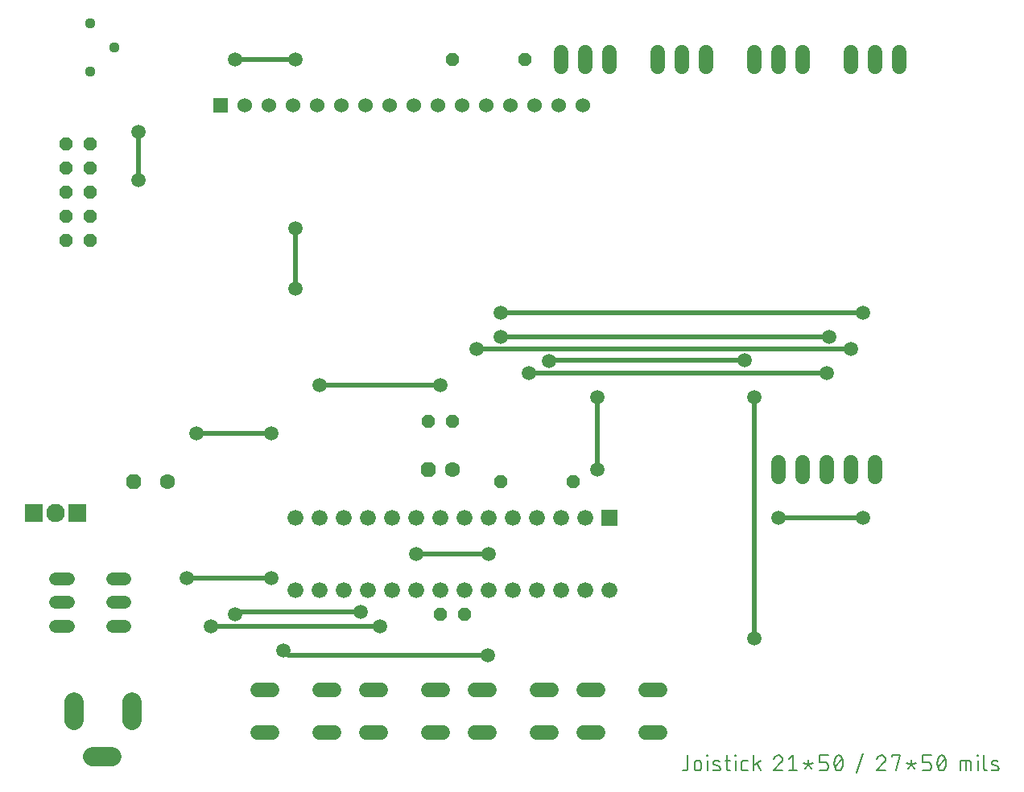
<source format=gbr>
G04 EAGLE Gerber RS-274X export*
G75*
%MOMM*%
%FSLAX34Y34*%
%LPD*%
%INTop Copper*%
%IPPOS*%
%AMOC8*
5,1,8,0,0,1.08239X$1,22.5*%
G01*
%ADD10C,0.152400*%
%ADD11P,1.732040X8X202.500000*%
%ADD12C,1.600200*%
%ADD13P,1.429621X8X202.500000*%
%ADD14P,1.539592X8X292.500000*%
%ADD15C,2.000000*%
%ADD16C,1.524000*%
%ADD17R,1.524000X1.524000*%
%ADD18C,1.524000*%
%ADD19C,1.117600*%
%ADD20P,1.429621X8X22.500000*%
%ADD21C,1.320800*%
%ADD22R,1.930400X1.930400*%
%ADD23C,1.930400*%
%ADD24R,1.676400X1.676400*%
%ADD25C,1.676400*%
%ADD26C,1.500000*%
%ADD27C,0.508000*%


D10*
X717381Y42418D02*
X717381Y29774D01*
X717380Y29774D02*
X717378Y29656D01*
X717372Y29538D01*
X717363Y29420D01*
X717349Y29303D01*
X717332Y29186D01*
X717311Y29069D01*
X717286Y28954D01*
X717257Y28839D01*
X717224Y28725D01*
X717188Y28613D01*
X717148Y28502D01*
X717105Y28392D01*
X717058Y28283D01*
X717008Y28176D01*
X716953Y28071D01*
X716896Y27968D01*
X716835Y27867D01*
X716771Y27767D01*
X716704Y27670D01*
X716634Y27575D01*
X716560Y27483D01*
X716484Y27392D01*
X716404Y27305D01*
X716322Y27220D01*
X716237Y27138D01*
X716150Y27058D01*
X716059Y26982D01*
X715967Y26908D01*
X715872Y26838D01*
X715775Y26771D01*
X715675Y26707D01*
X715574Y26646D01*
X715471Y26589D01*
X715366Y26534D01*
X715259Y26484D01*
X715150Y26437D01*
X715040Y26394D01*
X714929Y26354D01*
X714817Y26318D01*
X714703Y26285D01*
X714588Y26256D01*
X714473Y26231D01*
X714356Y26210D01*
X714239Y26193D01*
X714122Y26179D01*
X714004Y26170D01*
X713886Y26164D01*
X713768Y26162D01*
X711962Y26162D01*
X724309Y29774D02*
X724309Y33387D01*
X724311Y33506D01*
X724317Y33626D01*
X724327Y33745D01*
X724341Y33863D01*
X724358Y33982D01*
X724380Y34099D01*
X724405Y34216D01*
X724435Y34331D01*
X724468Y34446D01*
X724505Y34560D01*
X724545Y34672D01*
X724590Y34783D01*
X724638Y34892D01*
X724689Y35000D01*
X724744Y35106D01*
X724803Y35210D01*
X724865Y35312D01*
X724930Y35412D01*
X724999Y35510D01*
X725071Y35606D01*
X725146Y35699D01*
X725223Y35789D01*
X725304Y35877D01*
X725388Y35962D01*
X725475Y36044D01*
X725564Y36124D01*
X725656Y36200D01*
X725750Y36274D01*
X725847Y36344D01*
X725945Y36411D01*
X726046Y36475D01*
X726150Y36535D01*
X726255Y36592D01*
X726362Y36645D01*
X726470Y36695D01*
X726580Y36741D01*
X726692Y36783D01*
X726805Y36822D01*
X726919Y36857D01*
X727034Y36888D01*
X727151Y36916D01*
X727268Y36939D01*
X727385Y36959D01*
X727504Y36975D01*
X727623Y36987D01*
X727742Y36995D01*
X727861Y36999D01*
X727981Y36999D01*
X728100Y36995D01*
X728219Y36987D01*
X728338Y36975D01*
X728457Y36959D01*
X728574Y36939D01*
X728691Y36916D01*
X728808Y36888D01*
X728923Y36857D01*
X729037Y36822D01*
X729150Y36783D01*
X729262Y36741D01*
X729372Y36695D01*
X729480Y36645D01*
X729587Y36592D01*
X729692Y36535D01*
X729796Y36475D01*
X729897Y36411D01*
X729995Y36344D01*
X730092Y36274D01*
X730186Y36200D01*
X730278Y36124D01*
X730367Y36044D01*
X730454Y35962D01*
X730538Y35877D01*
X730619Y35789D01*
X730696Y35699D01*
X730771Y35606D01*
X730843Y35510D01*
X730912Y35412D01*
X730977Y35312D01*
X731039Y35210D01*
X731098Y35106D01*
X731153Y35000D01*
X731204Y34892D01*
X731252Y34783D01*
X731297Y34672D01*
X731337Y34560D01*
X731374Y34446D01*
X731407Y34331D01*
X731437Y34216D01*
X731462Y34099D01*
X731484Y33982D01*
X731501Y33863D01*
X731515Y33745D01*
X731525Y33626D01*
X731531Y33506D01*
X731533Y33387D01*
X731534Y33387D02*
X731534Y29774D01*
X731533Y29774D02*
X731531Y29655D01*
X731525Y29535D01*
X731515Y29416D01*
X731501Y29298D01*
X731484Y29179D01*
X731462Y29062D01*
X731437Y28945D01*
X731407Y28830D01*
X731374Y28715D01*
X731337Y28601D01*
X731297Y28489D01*
X731252Y28378D01*
X731204Y28269D01*
X731153Y28161D01*
X731098Y28055D01*
X731039Y27951D01*
X730977Y27849D01*
X730912Y27749D01*
X730843Y27651D01*
X730771Y27555D01*
X730696Y27462D01*
X730619Y27372D01*
X730538Y27284D01*
X730454Y27199D01*
X730367Y27117D01*
X730278Y27037D01*
X730186Y26961D01*
X730092Y26887D01*
X729995Y26817D01*
X729897Y26750D01*
X729796Y26686D01*
X729692Y26626D01*
X729587Y26569D01*
X729480Y26516D01*
X729372Y26466D01*
X729262Y26420D01*
X729150Y26378D01*
X729037Y26339D01*
X728923Y26304D01*
X728808Y26273D01*
X728691Y26245D01*
X728574Y26222D01*
X728457Y26202D01*
X728338Y26186D01*
X728219Y26174D01*
X728100Y26166D01*
X727981Y26162D01*
X727861Y26162D01*
X727742Y26166D01*
X727623Y26174D01*
X727504Y26186D01*
X727385Y26202D01*
X727268Y26222D01*
X727151Y26245D01*
X727034Y26273D01*
X726919Y26304D01*
X726805Y26339D01*
X726692Y26378D01*
X726580Y26420D01*
X726470Y26466D01*
X726362Y26516D01*
X726255Y26569D01*
X726150Y26626D01*
X726046Y26686D01*
X725945Y26750D01*
X725847Y26817D01*
X725750Y26887D01*
X725656Y26961D01*
X725564Y27037D01*
X725475Y27117D01*
X725388Y27199D01*
X725304Y27284D01*
X725223Y27372D01*
X725146Y27462D01*
X725071Y27555D01*
X724999Y27651D01*
X724930Y27749D01*
X724865Y27849D01*
X724803Y27951D01*
X724744Y28055D01*
X724689Y28161D01*
X724638Y28269D01*
X724590Y28378D01*
X724545Y28489D01*
X724505Y28601D01*
X724468Y28715D01*
X724435Y28830D01*
X724405Y28945D01*
X724380Y29062D01*
X724358Y29179D01*
X724341Y29298D01*
X724327Y29416D01*
X724317Y29535D01*
X724311Y29655D01*
X724309Y29774D01*
X737821Y26162D02*
X737821Y36999D01*
X737369Y41515D02*
X737369Y42418D01*
X738273Y42418D01*
X738273Y41515D01*
X737369Y41515D01*
X745463Y32484D02*
X749978Y30678D01*
X745463Y32484D02*
X745375Y32521D01*
X745289Y32562D01*
X745204Y32606D01*
X745121Y32654D01*
X745041Y32705D01*
X744962Y32759D01*
X744886Y32817D01*
X744812Y32877D01*
X744740Y32941D01*
X744672Y33007D01*
X744606Y33077D01*
X744543Y33148D01*
X744482Y33223D01*
X744425Y33299D01*
X744372Y33378D01*
X744321Y33459D01*
X744274Y33542D01*
X744230Y33627D01*
X744190Y33714D01*
X744153Y33802D01*
X744120Y33892D01*
X744090Y33983D01*
X744065Y34075D01*
X744043Y34168D01*
X744025Y34262D01*
X744010Y34356D01*
X744000Y34451D01*
X743994Y34547D01*
X743991Y34642D01*
X743992Y34738D01*
X743998Y34833D01*
X744007Y34929D01*
X744020Y35023D01*
X744036Y35117D01*
X744057Y35211D01*
X744082Y35303D01*
X744110Y35394D01*
X744142Y35484D01*
X744177Y35573D01*
X744216Y35660D01*
X744259Y35746D01*
X744305Y35830D01*
X744355Y35911D01*
X744407Y35991D01*
X744463Y36069D01*
X744523Y36144D01*
X744585Y36216D01*
X744650Y36286D01*
X744718Y36354D01*
X744788Y36418D01*
X744861Y36480D01*
X744937Y36538D01*
X745015Y36594D01*
X745095Y36646D01*
X745177Y36695D01*
X745261Y36740D01*
X745347Y36782D01*
X745434Y36821D01*
X745523Y36856D01*
X745614Y36887D01*
X745705Y36914D01*
X745798Y36938D01*
X745891Y36958D01*
X745985Y36974D01*
X746080Y36986D01*
X746175Y36995D01*
X746271Y36999D01*
X746366Y37000D01*
X746613Y36993D01*
X746859Y36981D01*
X747105Y36963D01*
X747351Y36938D01*
X747595Y36908D01*
X747839Y36872D01*
X748082Y36831D01*
X748324Y36783D01*
X748565Y36729D01*
X748804Y36670D01*
X749042Y36605D01*
X749278Y36534D01*
X749513Y36458D01*
X749746Y36376D01*
X749976Y36288D01*
X750204Y36195D01*
X750431Y36097D01*
X749979Y30677D02*
X750067Y30640D01*
X750153Y30599D01*
X750238Y30555D01*
X750321Y30507D01*
X750401Y30456D01*
X750480Y30402D01*
X750556Y30344D01*
X750630Y30284D01*
X750702Y30220D01*
X750770Y30154D01*
X750836Y30084D01*
X750899Y30013D01*
X750960Y29938D01*
X751017Y29862D01*
X751070Y29783D01*
X751121Y29702D01*
X751168Y29619D01*
X751212Y29534D01*
X751252Y29447D01*
X751289Y29359D01*
X751322Y29269D01*
X751352Y29178D01*
X751377Y29086D01*
X751399Y28993D01*
X751417Y28899D01*
X751432Y28805D01*
X751442Y28710D01*
X751448Y28614D01*
X751451Y28519D01*
X751450Y28423D01*
X751444Y28328D01*
X751435Y28232D01*
X751422Y28138D01*
X751406Y28044D01*
X751385Y27950D01*
X751360Y27858D01*
X751332Y27767D01*
X751300Y27677D01*
X751265Y27588D01*
X751226Y27501D01*
X751183Y27415D01*
X751137Y27331D01*
X751087Y27250D01*
X751035Y27170D01*
X750979Y27092D01*
X750919Y27017D01*
X750857Y26945D01*
X750792Y26875D01*
X750724Y26807D01*
X750654Y26743D01*
X750581Y26681D01*
X750505Y26623D01*
X750427Y26567D01*
X750347Y26515D01*
X750265Y26466D01*
X750181Y26421D01*
X750095Y26379D01*
X750008Y26340D01*
X749919Y26305D01*
X749828Y26274D01*
X749737Y26247D01*
X749644Y26223D01*
X749551Y26203D01*
X749457Y26187D01*
X749362Y26175D01*
X749267Y26166D01*
X749171Y26162D01*
X749076Y26161D01*
X749075Y26162D02*
X748713Y26171D01*
X748351Y26189D01*
X747990Y26216D01*
X747630Y26251D01*
X747270Y26294D01*
X746911Y26346D01*
X746554Y26407D01*
X746199Y26476D01*
X745845Y26553D01*
X745493Y26639D01*
X745143Y26733D01*
X744795Y26836D01*
X744450Y26946D01*
X744108Y27065D01*
X756358Y36999D02*
X761777Y36999D01*
X758164Y42418D02*
X758164Y28871D01*
X758165Y28871D02*
X758167Y28770D01*
X758173Y28669D01*
X758182Y28568D01*
X758195Y28467D01*
X758212Y28367D01*
X758233Y28268D01*
X758257Y28170D01*
X758285Y28073D01*
X758317Y27976D01*
X758352Y27881D01*
X758391Y27788D01*
X758433Y27696D01*
X758479Y27605D01*
X758528Y27516D01*
X758580Y27430D01*
X758636Y27345D01*
X758694Y27262D01*
X758756Y27182D01*
X758821Y27104D01*
X758888Y27028D01*
X758958Y26955D01*
X759031Y26885D01*
X759107Y26818D01*
X759185Y26753D01*
X759265Y26691D01*
X759348Y26633D01*
X759433Y26577D01*
X759520Y26525D01*
X759608Y26476D01*
X759699Y26430D01*
X759791Y26388D01*
X759884Y26349D01*
X759979Y26314D01*
X760076Y26282D01*
X760173Y26254D01*
X760271Y26230D01*
X760370Y26209D01*
X760470Y26192D01*
X760571Y26179D01*
X760672Y26170D01*
X760773Y26164D01*
X760874Y26162D01*
X761777Y26162D01*
X767520Y26162D02*
X767520Y36999D01*
X767069Y41515D02*
X767069Y42418D01*
X767972Y42418D01*
X767972Y41515D01*
X767069Y41515D01*
X776534Y26162D02*
X780147Y26162D01*
X776534Y26162D02*
X776433Y26164D01*
X776332Y26170D01*
X776231Y26179D01*
X776130Y26192D01*
X776030Y26209D01*
X775931Y26230D01*
X775833Y26254D01*
X775736Y26282D01*
X775639Y26314D01*
X775544Y26349D01*
X775451Y26388D01*
X775359Y26430D01*
X775268Y26476D01*
X775180Y26525D01*
X775093Y26577D01*
X775008Y26633D01*
X774925Y26691D01*
X774845Y26753D01*
X774767Y26818D01*
X774691Y26885D01*
X774618Y26955D01*
X774548Y27028D01*
X774481Y27104D01*
X774416Y27182D01*
X774354Y27262D01*
X774296Y27345D01*
X774240Y27430D01*
X774188Y27516D01*
X774139Y27605D01*
X774093Y27696D01*
X774051Y27788D01*
X774012Y27881D01*
X773977Y27976D01*
X773945Y28073D01*
X773917Y28170D01*
X773893Y28268D01*
X773872Y28367D01*
X773855Y28467D01*
X773842Y28568D01*
X773833Y28669D01*
X773827Y28770D01*
X773825Y28871D01*
X773825Y34290D01*
X773827Y34391D01*
X773833Y34492D01*
X773842Y34593D01*
X773855Y34694D01*
X773872Y34794D01*
X773893Y34893D01*
X773917Y34991D01*
X773945Y35088D01*
X773977Y35185D01*
X774012Y35280D01*
X774051Y35373D01*
X774093Y35465D01*
X774139Y35556D01*
X774188Y35645D01*
X774240Y35731D01*
X774296Y35816D01*
X774354Y35899D01*
X774416Y35979D01*
X774481Y36057D01*
X774548Y36133D01*
X774618Y36206D01*
X774691Y36276D01*
X774767Y36343D01*
X774845Y36408D01*
X774925Y36470D01*
X775008Y36528D01*
X775093Y36584D01*
X775180Y36636D01*
X775268Y36685D01*
X775359Y36731D01*
X775451Y36773D01*
X775544Y36812D01*
X775639Y36847D01*
X775736Y36879D01*
X775833Y36907D01*
X775931Y36931D01*
X776030Y36952D01*
X776130Y36969D01*
X776231Y36982D01*
X776332Y36991D01*
X776433Y36997D01*
X776534Y36999D01*
X780147Y36999D01*
X786481Y42418D02*
X786481Y26162D01*
X786481Y31581D02*
X793706Y36999D01*
X789642Y33838D02*
X793706Y26162D01*
X812781Y42418D02*
X812906Y42416D01*
X813031Y42410D01*
X813156Y42401D01*
X813280Y42387D01*
X813404Y42370D01*
X813528Y42349D01*
X813650Y42324D01*
X813772Y42295D01*
X813893Y42263D01*
X814013Y42227D01*
X814132Y42187D01*
X814249Y42144D01*
X814365Y42097D01*
X814480Y42046D01*
X814592Y41992D01*
X814704Y41934D01*
X814813Y41874D01*
X814920Y41809D01*
X815026Y41742D01*
X815129Y41671D01*
X815230Y41597D01*
X815329Y41520D01*
X815425Y41440D01*
X815519Y41357D01*
X815610Y41272D01*
X815699Y41183D01*
X815784Y41092D01*
X815867Y40998D01*
X815947Y40902D01*
X816024Y40803D01*
X816098Y40702D01*
X816169Y40599D01*
X816236Y40493D01*
X816301Y40386D01*
X816361Y40277D01*
X816419Y40165D01*
X816473Y40053D01*
X816524Y39938D01*
X816571Y39822D01*
X816614Y39705D01*
X816654Y39586D01*
X816690Y39466D01*
X816722Y39345D01*
X816751Y39223D01*
X816776Y39101D01*
X816797Y38977D01*
X816814Y38853D01*
X816828Y38729D01*
X816837Y38604D01*
X816843Y38479D01*
X816845Y38354D01*
X812781Y42418D02*
X812638Y42416D01*
X812496Y42410D01*
X812353Y42400D01*
X812211Y42387D01*
X812070Y42369D01*
X811928Y42348D01*
X811788Y42323D01*
X811648Y42294D01*
X811509Y42261D01*
X811371Y42224D01*
X811234Y42184D01*
X811099Y42140D01*
X810964Y42092D01*
X810831Y42040D01*
X810699Y41985D01*
X810569Y41926D01*
X810441Y41864D01*
X810314Y41798D01*
X810189Y41729D01*
X810066Y41657D01*
X809946Y41581D01*
X809827Y41502D01*
X809710Y41419D01*
X809596Y41334D01*
X809484Y41245D01*
X809375Y41154D01*
X809268Y41059D01*
X809163Y40962D01*
X809062Y40861D01*
X808963Y40758D01*
X808867Y40653D01*
X808774Y40544D01*
X808684Y40433D01*
X808597Y40320D01*
X808513Y40205D01*
X808433Y40087D01*
X808355Y39967D01*
X808281Y39845D01*
X808211Y39721D01*
X808143Y39595D01*
X808080Y39467D01*
X808019Y39338D01*
X807962Y39207D01*
X807909Y39075D01*
X807860Y38941D01*
X807814Y38806D01*
X815490Y35193D02*
X815584Y35285D01*
X815674Y35379D01*
X815762Y35476D01*
X815847Y35576D01*
X815929Y35678D01*
X816008Y35783D01*
X816083Y35890D01*
X816155Y35999D01*
X816224Y36110D01*
X816290Y36224D01*
X816352Y36339D01*
X816411Y36456D01*
X816466Y36575D01*
X816517Y36695D01*
X816565Y36817D01*
X816610Y36940D01*
X816650Y37064D01*
X816687Y37190D01*
X816720Y37317D01*
X816749Y37444D01*
X816775Y37573D01*
X816796Y37702D01*
X816814Y37832D01*
X816827Y37962D01*
X816837Y38092D01*
X816843Y38223D01*
X816845Y38354D01*
X815491Y35193D02*
X807814Y26162D01*
X816845Y26162D01*
X823445Y38806D02*
X827961Y42418D01*
X827961Y26162D01*
X823445Y26162D02*
X832477Y26162D01*
X844113Y32484D02*
X844113Y37902D01*
X844113Y32484D02*
X847274Y28420D01*
X844113Y32484D02*
X840952Y28420D01*
X844113Y32484D02*
X849080Y34290D01*
X844113Y32484D02*
X839146Y34290D01*
X855750Y26162D02*
X861169Y26162D01*
X861287Y26164D01*
X861405Y26170D01*
X861523Y26179D01*
X861640Y26193D01*
X861757Y26210D01*
X861874Y26231D01*
X861989Y26256D01*
X862104Y26285D01*
X862218Y26318D01*
X862330Y26354D01*
X862441Y26394D01*
X862551Y26437D01*
X862660Y26484D01*
X862767Y26534D01*
X862872Y26589D01*
X862975Y26646D01*
X863076Y26707D01*
X863176Y26771D01*
X863273Y26838D01*
X863368Y26908D01*
X863460Y26982D01*
X863551Y27058D01*
X863638Y27138D01*
X863723Y27220D01*
X863805Y27305D01*
X863885Y27392D01*
X863961Y27483D01*
X864035Y27575D01*
X864105Y27670D01*
X864172Y27767D01*
X864236Y27867D01*
X864297Y27968D01*
X864354Y28071D01*
X864409Y28176D01*
X864459Y28283D01*
X864506Y28392D01*
X864549Y28502D01*
X864589Y28613D01*
X864625Y28725D01*
X864658Y28839D01*
X864687Y28954D01*
X864712Y29069D01*
X864733Y29186D01*
X864750Y29303D01*
X864764Y29420D01*
X864773Y29538D01*
X864779Y29656D01*
X864781Y29774D01*
X864781Y31581D01*
X864779Y31699D01*
X864773Y31817D01*
X864764Y31935D01*
X864750Y32052D01*
X864733Y32169D01*
X864712Y32286D01*
X864687Y32401D01*
X864658Y32516D01*
X864625Y32630D01*
X864589Y32742D01*
X864549Y32853D01*
X864506Y32963D01*
X864459Y33072D01*
X864409Y33179D01*
X864354Y33284D01*
X864297Y33387D01*
X864236Y33488D01*
X864172Y33588D01*
X864105Y33685D01*
X864035Y33780D01*
X863961Y33872D01*
X863885Y33963D01*
X863805Y34050D01*
X863723Y34135D01*
X863638Y34217D01*
X863551Y34297D01*
X863460Y34373D01*
X863368Y34447D01*
X863273Y34517D01*
X863176Y34584D01*
X863076Y34648D01*
X862975Y34709D01*
X862872Y34766D01*
X862767Y34821D01*
X862660Y34871D01*
X862551Y34918D01*
X862441Y34961D01*
X862330Y35001D01*
X862218Y35037D01*
X862104Y35070D01*
X861989Y35099D01*
X861874Y35124D01*
X861757Y35145D01*
X861640Y35162D01*
X861523Y35176D01*
X861405Y35185D01*
X861287Y35191D01*
X861169Y35193D01*
X855750Y35193D01*
X855750Y42418D01*
X864781Y42418D01*
X872736Y40160D02*
X872599Y39871D01*
X872469Y39579D01*
X872346Y39283D01*
X872231Y38985D01*
X872122Y38684D01*
X872021Y38381D01*
X871927Y38075D01*
X871840Y37768D01*
X871761Y37458D01*
X871689Y37146D01*
X871625Y36833D01*
X871568Y36518D01*
X871518Y36202D01*
X871476Y35885D01*
X871442Y35567D01*
X871415Y35249D01*
X871396Y34929D01*
X871385Y34610D01*
X871381Y34290D01*
X872736Y40161D02*
X872775Y40269D01*
X872818Y40376D01*
X872864Y40481D01*
X872915Y40585D01*
X872968Y40687D01*
X873025Y40787D01*
X873086Y40885D01*
X873150Y40980D01*
X873217Y41074D01*
X873288Y41165D01*
X873361Y41254D01*
X873438Y41340D01*
X873517Y41423D01*
X873599Y41504D01*
X873684Y41582D01*
X873772Y41656D01*
X873862Y41728D01*
X873954Y41796D01*
X874049Y41862D01*
X874146Y41924D01*
X874245Y41982D01*
X874347Y42038D01*
X874449Y42089D01*
X874554Y42137D01*
X874660Y42182D01*
X874768Y42223D01*
X874877Y42260D01*
X874987Y42293D01*
X875099Y42322D01*
X875211Y42348D01*
X875324Y42370D01*
X875438Y42387D01*
X875552Y42401D01*
X875667Y42411D01*
X875782Y42417D01*
X875897Y42419D01*
X875897Y42418D02*
X876012Y42416D01*
X876127Y42410D01*
X876242Y42400D01*
X876356Y42386D01*
X876470Y42369D01*
X876583Y42347D01*
X876695Y42321D01*
X876807Y42292D01*
X876917Y42259D01*
X877026Y42222D01*
X877134Y42181D01*
X877240Y42136D01*
X877345Y42088D01*
X877447Y42037D01*
X877548Y41981D01*
X877648Y41923D01*
X877745Y41861D01*
X877839Y41796D01*
X877932Y41727D01*
X878022Y41655D01*
X878110Y41581D01*
X878195Y41503D01*
X878277Y41422D01*
X878356Y41339D01*
X878433Y41253D01*
X878506Y41164D01*
X878577Y41073D01*
X878644Y40979D01*
X878708Y40884D01*
X878769Y40786D01*
X878826Y40686D01*
X878879Y40584D01*
X878930Y40480D01*
X878976Y40375D01*
X879019Y40268D01*
X879058Y40160D01*
X879057Y40160D02*
X879194Y39871D01*
X879324Y39579D01*
X879447Y39283D01*
X879562Y38985D01*
X879671Y38684D01*
X879772Y38381D01*
X879866Y38075D01*
X879953Y37768D01*
X880032Y37458D01*
X880104Y37146D01*
X880168Y36833D01*
X880225Y36518D01*
X880275Y36202D01*
X880317Y35885D01*
X880351Y35567D01*
X880378Y35249D01*
X880397Y34929D01*
X880408Y34610D01*
X880412Y34290D01*
X871382Y34290D02*
X871386Y33970D01*
X871397Y33651D01*
X871416Y33331D01*
X871443Y33013D01*
X871477Y32695D01*
X871519Y32378D01*
X871569Y32062D01*
X871626Y31747D01*
X871690Y31434D01*
X871762Y31122D01*
X871841Y30812D01*
X871928Y30505D01*
X872022Y30199D01*
X872123Y29896D01*
X872232Y29595D01*
X872347Y29297D01*
X872470Y29001D01*
X872600Y28709D01*
X872737Y28420D01*
X872736Y28420D02*
X872775Y28312D01*
X872818Y28205D01*
X872864Y28100D01*
X872915Y27996D01*
X872968Y27894D01*
X873025Y27794D01*
X873086Y27696D01*
X873150Y27601D01*
X873217Y27507D01*
X873288Y27416D01*
X873361Y27327D01*
X873438Y27241D01*
X873517Y27158D01*
X873599Y27077D01*
X873684Y26999D01*
X873772Y26925D01*
X873862Y26853D01*
X873955Y26784D01*
X874049Y26719D01*
X874146Y26657D01*
X874246Y26599D01*
X874347Y26543D01*
X874449Y26492D01*
X874554Y26444D01*
X874660Y26399D01*
X874768Y26358D01*
X874877Y26321D01*
X874987Y26288D01*
X875099Y26259D01*
X875211Y26233D01*
X875324Y26211D01*
X875438Y26194D01*
X875552Y26180D01*
X875667Y26170D01*
X875782Y26164D01*
X875897Y26162D01*
X879057Y28420D02*
X879194Y28709D01*
X879324Y29001D01*
X879447Y29297D01*
X879562Y29595D01*
X879671Y29896D01*
X879772Y30199D01*
X879866Y30505D01*
X879953Y30812D01*
X880032Y31122D01*
X880104Y31434D01*
X880168Y31747D01*
X880225Y32062D01*
X880275Y32378D01*
X880317Y32695D01*
X880351Y33013D01*
X880378Y33331D01*
X880397Y33651D01*
X880408Y33970D01*
X880412Y34290D01*
X879058Y28420D02*
X879019Y28312D01*
X878976Y28205D01*
X878930Y28100D01*
X878879Y27996D01*
X878826Y27894D01*
X878769Y27794D01*
X878708Y27696D01*
X878644Y27601D01*
X878577Y27507D01*
X878506Y27416D01*
X878433Y27327D01*
X878356Y27241D01*
X878277Y27158D01*
X878195Y27077D01*
X878110Y26999D01*
X878022Y26925D01*
X877932Y26853D01*
X877839Y26784D01*
X877745Y26719D01*
X877648Y26657D01*
X877548Y26599D01*
X877447Y26543D01*
X877344Y26492D01*
X877240Y26444D01*
X877134Y26399D01*
X877026Y26358D01*
X876917Y26321D01*
X876807Y26288D01*
X876695Y26259D01*
X876583Y26233D01*
X876470Y26211D01*
X876356Y26194D01*
X876242Y26180D01*
X876127Y26170D01*
X876012Y26164D01*
X875897Y26162D01*
X872284Y29774D02*
X879509Y38806D01*
X894689Y24356D02*
X901914Y44224D01*
X921158Y42418D02*
X921283Y42416D01*
X921408Y42410D01*
X921533Y42401D01*
X921657Y42387D01*
X921781Y42370D01*
X921905Y42349D01*
X922027Y42324D01*
X922149Y42295D01*
X922270Y42263D01*
X922390Y42227D01*
X922509Y42187D01*
X922626Y42144D01*
X922742Y42097D01*
X922857Y42046D01*
X922969Y41992D01*
X923081Y41934D01*
X923190Y41874D01*
X923297Y41809D01*
X923403Y41742D01*
X923506Y41671D01*
X923607Y41597D01*
X923706Y41520D01*
X923802Y41440D01*
X923896Y41357D01*
X923987Y41272D01*
X924076Y41183D01*
X924161Y41092D01*
X924244Y40998D01*
X924324Y40902D01*
X924401Y40803D01*
X924475Y40702D01*
X924546Y40599D01*
X924613Y40493D01*
X924678Y40386D01*
X924738Y40277D01*
X924796Y40165D01*
X924850Y40053D01*
X924901Y39938D01*
X924948Y39822D01*
X924991Y39705D01*
X925031Y39586D01*
X925067Y39466D01*
X925099Y39345D01*
X925128Y39223D01*
X925153Y39101D01*
X925174Y38977D01*
X925191Y38853D01*
X925205Y38729D01*
X925214Y38604D01*
X925220Y38479D01*
X925222Y38354D01*
X921158Y42418D02*
X921015Y42416D01*
X920873Y42410D01*
X920730Y42400D01*
X920588Y42387D01*
X920447Y42369D01*
X920305Y42348D01*
X920165Y42323D01*
X920025Y42294D01*
X919886Y42261D01*
X919748Y42224D01*
X919611Y42184D01*
X919476Y42140D01*
X919341Y42092D01*
X919208Y42040D01*
X919076Y41985D01*
X918946Y41926D01*
X918818Y41864D01*
X918691Y41798D01*
X918566Y41729D01*
X918443Y41657D01*
X918323Y41581D01*
X918204Y41502D01*
X918087Y41419D01*
X917973Y41334D01*
X917861Y41245D01*
X917752Y41154D01*
X917645Y41059D01*
X917540Y40962D01*
X917439Y40861D01*
X917340Y40758D01*
X917244Y40653D01*
X917151Y40544D01*
X917061Y40433D01*
X916974Y40320D01*
X916890Y40205D01*
X916810Y40087D01*
X916732Y39967D01*
X916658Y39845D01*
X916588Y39721D01*
X916520Y39595D01*
X916457Y39467D01*
X916396Y39338D01*
X916339Y39207D01*
X916286Y39075D01*
X916237Y38941D01*
X916191Y38806D01*
X923867Y35193D02*
X923961Y35285D01*
X924051Y35379D01*
X924139Y35476D01*
X924224Y35576D01*
X924306Y35678D01*
X924385Y35783D01*
X924460Y35890D01*
X924532Y35999D01*
X924601Y36110D01*
X924667Y36224D01*
X924729Y36339D01*
X924788Y36456D01*
X924843Y36575D01*
X924894Y36695D01*
X924942Y36817D01*
X924987Y36940D01*
X925027Y37064D01*
X925064Y37190D01*
X925097Y37317D01*
X925126Y37444D01*
X925152Y37573D01*
X925173Y37702D01*
X925191Y37832D01*
X925204Y37962D01*
X925214Y38092D01*
X925220Y38223D01*
X925222Y38354D01*
X923867Y35193D02*
X916191Y26162D01*
X925222Y26162D01*
X931822Y40612D02*
X931822Y42418D01*
X940853Y42418D01*
X936337Y26162D01*
X952490Y32484D02*
X952490Y37902D01*
X952490Y32484D02*
X955651Y28420D01*
X952490Y32484D02*
X949329Y28420D01*
X952490Y32484D02*
X957457Y34290D01*
X952490Y32484D02*
X947523Y34290D01*
X964126Y26162D02*
X969545Y26162D01*
X969663Y26164D01*
X969781Y26170D01*
X969899Y26179D01*
X970016Y26193D01*
X970133Y26210D01*
X970250Y26231D01*
X970365Y26256D01*
X970480Y26285D01*
X970594Y26318D01*
X970706Y26354D01*
X970817Y26394D01*
X970927Y26437D01*
X971036Y26484D01*
X971143Y26534D01*
X971248Y26589D01*
X971351Y26646D01*
X971452Y26707D01*
X971552Y26771D01*
X971649Y26838D01*
X971744Y26908D01*
X971836Y26982D01*
X971927Y27058D01*
X972014Y27138D01*
X972099Y27220D01*
X972181Y27305D01*
X972261Y27392D01*
X972337Y27483D01*
X972411Y27575D01*
X972481Y27670D01*
X972548Y27767D01*
X972612Y27867D01*
X972673Y27968D01*
X972730Y28071D01*
X972785Y28176D01*
X972835Y28283D01*
X972882Y28392D01*
X972925Y28502D01*
X972965Y28613D01*
X973001Y28725D01*
X973034Y28839D01*
X973063Y28954D01*
X973088Y29069D01*
X973109Y29186D01*
X973126Y29303D01*
X973140Y29420D01*
X973149Y29538D01*
X973155Y29656D01*
X973157Y29774D01*
X973157Y31581D01*
X973155Y31699D01*
X973149Y31817D01*
X973140Y31935D01*
X973126Y32052D01*
X973109Y32169D01*
X973088Y32286D01*
X973063Y32401D01*
X973034Y32516D01*
X973001Y32630D01*
X972965Y32742D01*
X972925Y32853D01*
X972882Y32963D01*
X972835Y33072D01*
X972785Y33179D01*
X972730Y33284D01*
X972673Y33387D01*
X972612Y33488D01*
X972548Y33588D01*
X972481Y33685D01*
X972411Y33780D01*
X972337Y33872D01*
X972261Y33963D01*
X972181Y34050D01*
X972099Y34135D01*
X972014Y34217D01*
X971927Y34297D01*
X971836Y34373D01*
X971744Y34447D01*
X971649Y34517D01*
X971552Y34584D01*
X971452Y34648D01*
X971351Y34709D01*
X971248Y34766D01*
X971143Y34821D01*
X971036Y34871D01*
X970927Y34918D01*
X970817Y34961D01*
X970706Y35001D01*
X970594Y35037D01*
X970480Y35070D01*
X970365Y35099D01*
X970250Y35124D01*
X970133Y35145D01*
X970016Y35162D01*
X969899Y35176D01*
X969781Y35185D01*
X969663Y35191D01*
X969545Y35193D01*
X964126Y35193D01*
X964126Y42418D01*
X973157Y42418D01*
X981113Y40160D02*
X980976Y39871D01*
X980846Y39579D01*
X980723Y39283D01*
X980608Y38985D01*
X980499Y38684D01*
X980398Y38381D01*
X980304Y38075D01*
X980217Y37768D01*
X980138Y37458D01*
X980066Y37146D01*
X980002Y36833D01*
X979945Y36518D01*
X979895Y36202D01*
X979853Y35885D01*
X979819Y35567D01*
X979792Y35249D01*
X979773Y34929D01*
X979762Y34610D01*
X979758Y34290D01*
X981112Y40161D02*
X981151Y40269D01*
X981194Y40376D01*
X981240Y40481D01*
X981291Y40585D01*
X981344Y40687D01*
X981401Y40787D01*
X981462Y40885D01*
X981526Y40980D01*
X981593Y41074D01*
X981664Y41165D01*
X981737Y41254D01*
X981814Y41340D01*
X981893Y41423D01*
X981975Y41504D01*
X982060Y41582D01*
X982148Y41656D01*
X982238Y41728D01*
X982330Y41796D01*
X982425Y41862D01*
X982522Y41924D01*
X982621Y41982D01*
X982723Y42038D01*
X982825Y42089D01*
X982930Y42137D01*
X983036Y42182D01*
X983144Y42223D01*
X983253Y42260D01*
X983363Y42293D01*
X983475Y42322D01*
X983587Y42348D01*
X983700Y42370D01*
X983814Y42387D01*
X983928Y42401D01*
X984043Y42411D01*
X984158Y42417D01*
X984273Y42419D01*
X984273Y42418D02*
X984388Y42416D01*
X984503Y42410D01*
X984618Y42400D01*
X984732Y42386D01*
X984846Y42369D01*
X984959Y42347D01*
X985071Y42321D01*
X985183Y42292D01*
X985293Y42259D01*
X985402Y42222D01*
X985510Y42181D01*
X985616Y42136D01*
X985721Y42088D01*
X985823Y42037D01*
X985924Y41981D01*
X986024Y41923D01*
X986121Y41861D01*
X986215Y41796D01*
X986308Y41727D01*
X986398Y41655D01*
X986486Y41581D01*
X986571Y41503D01*
X986653Y41422D01*
X986732Y41339D01*
X986809Y41253D01*
X986882Y41164D01*
X986953Y41073D01*
X987020Y40979D01*
X987084Y40884D01*
X987145Y40786D01*
X987202Y40686D01*
X987255Y40584D01*
X987306Y40480D01*
X987352Y40375D01*
X987395Y40268D01*
X987434Y40160D01*
X987571Y39871D01*
X987701Y39579D01*
X987824Y39283D01*
X987939Y38985D01*
X988048Y38684D01*
X988149Y38381D01*
X988243Y38075D01*
X988330Y37768D01*
X988409Y37458D01*
X988481Y37146D01*
X988545Y36833D01*
X988602Y36518D01*
X988652Y36202D01*
X988694Y35885D01*
X988728Y35567D01*
X988755Y35249D01*
X988774Y34929D01*
X988785Y34610D01*
X988789Y34290D01*
X979758Y34290D02*
X979762Y33970D01*
X979773Y33651D01*
X979792Y33331D01*
X979819Y33013D01*
X979853Y32695D01*
X979895Y32378D01*
X979945Y32062D01*
X980002Y31747D01*
X980066Y31434D01*
X980138Y31122D01*
X980217Y30812D01*
X980304Y30505D01*
X980398Y30199D01*
X980499Y29896D01*
X980608Y29595D01*
X980723Y29297D01*
X980846Y29001D01*
X980976Y28709D01*
X981113Y28420D01*
X981112Y28420D02*
X981151Y28312D01*
X981194Y28205D01*
X981240Y28100D01*
X981291Y27996D01*
X981344Y27894D01*
X981401Y27794D01*
X981462Y27696D01*
X981526Y27601D01*
X981593Y27507D01*
X981664Y27416D01*
X981737Y27327D01*
X981814Y27241D01*
X981893Y27158D01*
X981975Y27077D01*
X982060Y26999D01*
X982148Y26925D01*
X982238Y26853D01*
X982331Y26784D01*
X982425Y26719D01*
X982522Y26657D01*
X982622Y26599D01*
X982723Y26543D01*
X982825Y26492D01*
X982930Y26444D01*
X983036Y26399D01*
X983144Y26358D01*
X983253Y26321D01*
X983363Y26288D01*
X983475Y26259D01*
X983587Y26233D01*
X983700Y26211D01*
X983814Y26194D01*
X983928Y26180D01*
X984043Y26170D01*
X984158Y26164D01*
X984273Y26162D01*
X987433Y28420D02*
X987570Y28709D01*
X987700Y29001D01*
X987823Y29297D01*
X987938Y29595D01*
X988047Y29896D01*
X988148Y30199D01*
X988242Y30505D01*
X988329Y30812D01*
X988408Y31122D01*
X988480Y31434D01*
X988544Y31747D01*
X988601Y32062D01*
X988651Y32378D01*
X988693Y32695D01*
X988727Y33013D01*
X988754Y33331D01*
X988773Y33651D01*
X988784Y33970D01*
X988788Y34290D01*
X987434Y28420D02*
X987395Y28312D01*
X987352Y28205D01*
X987306Y28100D01*
X987255Y27996D01*
X987202Y27894D01*
X987145Y27794D01*
X987084Y27696D01*
X987020Y27601D01*
X986953Y27507D01*
X986882Y27416D01*
X986809Y27327D01*
X986732Y27241D01*
X986653Y27158D01*
X986571Y27077D01*
X986486Y26999D01*
X986398Y26925D01*
X986308Y26853D01*
X986215Y26784D01*
X986121Y26719D01*
X986024Y26657D01*
X985924Y26599D01*
X985823Y26543D01*
X985720Y26492D01*
X985616Y26444D01*
X985510Y26399D01*
X985402Y26358D01*
X985293Y26321D01*
X985183Y26288D01*
X985071Y26259D01*
X984959Y26233D01*
X984846Y26211D01*
X984732Y26194D01*
X984618Y26180D01*
X984503Y26170D01*
X984388Y26164D01*
X984273Y26162D01*
X980661Y29774D02*
X987886Y38806D01*
X1004385Y36999D02*
X1004385Y26162D01*
X1004385Y36999D02*
X1012513Y36999D01*
X1012614Y36997D01*
X1012715Y36991D01*
X1012816Y36982D01*
X1012917Y36969D01*
X1013017Y36952D01*
X1013116Y36931D01*
X1013214Y36907D01*
X1013311Y36879D01*
X1013408Y36847D01*
X1013503Y36812D01*
X1013596Y36773D01*
X1013688Y36731D01*
X1013779Y36685D01*
X1013868Y36636D01*
X1013954Y36584D01*
X1014039Y36528D01*
X1014122Y36470D01*
X1014202Y36408D01*
X1014280Y36343D01*
X1014356Y36276D01*
X1014429Y36206D01*
X1014499Y36133D01*
X1014566Y36057D01*
X1014631Y35979D01*
X1014693Y35899D01*
X1014751Y35816D01*
X1014807Y35731D01*
X1014859Y35645D01*
X1014908Y35556D01*
X1014954Y35465D01*
X1014996Y35373D01*
X1015035Y35280D01*
X1015070Y35185D01*
X1015102Y35088D01*
X1015130Y34991D01*
X1015154Y34893D01*
X1015175Y34794D01*
X1015192Y34694D01*
X1015205Y34593D01*
X1015214Y34492D01*
X1015220Y34391D01*
X1015222Y34290D01*
X1015223Y34290D02*
X1015223Y26162D01*
X1009804Y26162D02*
X1009804Y36999D01*
X1022309Y36999D02*
X1022309Y26162D01*
X1021858Y41515D02*
X1021858Y42418D01*
X1022761Y42418D01*
X1022761Y41515D01*
X1021858Y41515D01*
X1028833Y42418D02*
X1028833Y28871D01*
X1028834Y28871D02*
X1028836Y28770D01*
X1028842Y28669D01*
X1028851Y28568D01*
X1028864Y28467D01*
X1028881Y28367D01*
X1028902Y28268D01*
X1028926Y28170D01*
X1028954Y28073D01*
X1028986Y27976D01*
X1029021Y27881D01*
X1029060Y27788D01*
X1029102Y27696D01*
X1029148Y27605D01*
X1029197Y27516D01*
X1029249Y27430D01*
X1029305Y27345D01*
X1029363Y27262D01*
X1029425Y27182D01*
X1029490Y27104D01*
X1029557Y27028D01*
X1029627Y26955D01*
X1029700Y26885D01*
X1029776Y26818D01*
X1029854Y26753D01*
X1029934Y26691D01*
X1030017Y26633D01*
X1030102Y26577D01*
X1030189Y26525D01*
X1030277Y26476D01*
X1030368Y26430D01*
X1030460Y26388D01*
X1030553Y26349D01*
X1030648Y26314D01*
X1030745Y26282D01*
X1030842Y26254D01*
X1030940Y26230D01*
X1031039Y26209D01*
X1031139Y26192D01*
X1031240Y26179D01*
X1031341Y26170D01*
X1031442Y26164D01*
X1031543Y26162D01*
X1038288Y32484D02*
X1042803Y30678D01*
X1038287Y32484D02*
X1038199Y32521D01*
X1038113Y32562D01*
X1038028Y32606D01*
X1037945Y32654D01*
X1037865Y32705D01*
X1037786Y32759D01*
X1037710Y32817D01*
X1037636Y32877D01*
X1037564Y32941D01*
X1037496Y33007D01*
X1037430Y33077D01*
X1037367Y33148D01*
X1037306Y33223D01*
X1037249Y33299D01*
X1037196Y33378D01*
X1037145Y33459D01*
X1037098Y33542D01*
X1037054Y33627D01*
X1037014Y33714D01*
X1036977Y33802D01*
X1036944Y33892D01*
X1036914Y33983D01*
X1036889Y34075D01*
X1036867Y34168D01*
X1036849Y34262D01*
X1036834Y34356D01*
X1036824Y34451D01*
X1036818Y34547D01*
X1036815Y34642D01*
X1036816Y34738D01*
X1036822Y34833D01*
X1036831Y34929D01*
X1036844Y35023D01*
X1036860Y35117D01*
X1036881Y35211D01*
X1036906Y35303D01*
X1036934Y35394D01*
X1036966Y35484D01*
X1037001Y35573D01*
X1037040Y35660D01*
X1037083Y35746D01*
X1037129Y35830D01*
X1037179Y35911D01*
X1037231Y35991D01*
X1037287Y36069D01*
X1037347Y36144D01*
X1037409Y36216D01*
X1037474Y36286D01*
X1037542Y36354D01*
X1037612Y36418D01*
X1037685Y36480D01*
X1037761Y36538D01*
X1037839Y36594D01*
X1037919Y36646D01*
X1038001Y36695D01*
X1038085Y36740D01*
X1038171Y36782D01*
X1038258Y36821D01*
X1038347Y36856D01*
X1038438Y36887D01*
X1038529Y36914D01*
X1038622Y36938D01*
X1038715Y36958D01*
X1038809Y36974D01*
X1038904Y36986D01*
X1038999Y36995D01*
X1039095Y36999D01*
X1039190Y37000D01*
X1039437Y36993D01*
X1039683Y36981D01*
X1039929Y36963D01*
X1040175Y36938D01*
X1040419Y36908D01*
X1040663Y36872D01*
X1040906Y36831D01*
X1041148Y36783D01*
X1041389Y36729D01*
X1041628Y36670D01*
X1041866Y36605D01*
X1042102Y36534D01*
X1042337Y36458D01*
X1042570Y36376D01*
X1042800Y36288D01*
X1043028Y36195D01*
X1043255Y36097D01*
X1042804Y30677D02*
X1042892Y30640D01*
X1042978Y30599D01*
X1043063Y30555D01*
X1043146Y30507D01*
X1043226Y30456D01*
X1043305Y30402D01*
X1043381Y30344D01*
X1043455Y30284D01*
X1043527Y30220D01*
X1043595Y30154D01*
X1043661Y30084D01*
X1043724Y30013D01*
X1043785Y29938D01*
X1043842Y29862D01*
X1043895Y29783D01*
X1043946Y29702D01*
X1043993Y29619D01*
X1044037Y29534D01*
X1044077Y29447D01*
X1044114Y29359D01*
X1044147Y29269D01*
X1044177Y29178D01*
X1044202Y29086D01*
X1044224Y28993D01*
X1044242Y28899D01*
X1044257Y28805D01*
X1044267Y28710D01*
X1044273Y28614D01*
X1044276Y28519D01*
X1044275Y28423D01*
X1044269Y28328D01*
X1044260Y28232D01*
X1044247Y28138D01*
X1044231Y28044D01*
X1044210Y27950D01*
X1044185Y27858D01*
X1044157Y27767D01*
X1044125Y27677D01*
X1044090Y27588D01*
X1044051Y27501D01*
X1044008Y27415D01*
X1043962Y27331D01*
X1043912Y27250D01*
X1043860Y27170D01*
X1043804Y27092D01*
X1043744Y27017D01*
X1043682Y26945D01*
X1043617Y26875D01*
X1043549Y26807D01*
X1043479Y26743D01*
X1043406Y26681D01*
X1043330Y26623D01*
X1043252Y26567D01*
X1043172Y26515D01*
X1043090Y26466D01*
X1043006Y26421D01*
X1042920Y26379D01*
X1042833Y26340D01*
X1042744Y26305D01*
X1042653Y26274D01*
X1042562Y26247D01*
X1042469Y26223D01*
X1042376Y26203D01*
X1042282Y26187D01*
X1042187Y26175D01*
X1042092Y26166D01*
X1041996Y26162D01*
X1041901Y26161D01*
X1041900Y26162D02*
X1041538Y26171D01*
X1041176Y26189D01*
X1040815Y26216D01*
X1040455Y26251D01*
X1040095Y26294D01*
X1039736Y26346D01*
X1039379Y26407D01*
X1039024Y26476D01*
X1038670Y26553D01*
X1038318Y26639D01*
X1037968Y26733D01*
X1037620Y26836D01*
X1037275Y26946D01*
X1036933Y27065D01*
D11*
X134620Y330200D03*
D12*
X170180Y330200D03*
D11*
X444500Y342900D03*
D12*
X469900Y342900D03*
D13*
X482600Y190500D03*
X457200Y190500D03*
X469900Y393700D03*
X444500Y393700D03*
D14*
X63500Y685800D03*
X88900Y685800D03*
X63500Y660400D03*
X88900Y660400D03*
X63500Y635000D03*
X88900Y635000D03*
X63500Y609600D03*
X88900Y609600D03*
X63500Y584200D03*
X88900Y584200D03*
D15*
X132600Y98900D02*
X132600Y78900D01*
X71600Y78900D02*
X71600Y98900D01*
X91600Y40900D02*
X111600Y40900D01*
D16*
X914400Y335280D02*
X914400Y350520D01*
X889000Y350520D02*
X889000Y335280D01*
X863600Y335280D02*
X863600Y350520D01*
X838200Y350520D02*
X838200Y335280D01*
X812800Y335280D02*
X812800Y350520D01*
D17*
X226100Y726500D03*
D18*
X251500Y726500D03*
X276900Y726500D03*
X302300Y726500D03*
X327700Y726500D03*
X353100Y726500D03*
X378500Y726500D03*
X403900Y726500D03*
X429300Y726500D03*
X454700Y726500D03*
X480100Y726500D03*
X505500Y726500D03*
X530900Y726500D03*
X556300Y726500D03*
X581700Y726500D03*
X607100Y726500D03*
D13*
X596900Y330200D03*
X520700Y330200D03*
D19*
X88900Y762000D03*
X114300Y787400D03*
X88900Y812800D03*
D20*
X469900Y774700D03*
X546100Y774700D03*
D16*
X279908Y111506D02*
X264668Y111506D01*
X264668Y66294D02*
X279908Y66294D01*
X329692Y111506D02*
X344932Y111506D01*
X344932Y66294D02*
X329692Y66294D01*
X378968Y111506D02*
X394208Y111506D01*
X394208Y66294D02*
X378968Y66294D01*
X443992Y111506D02*
X459232Y111506D01*
X459232Y66294D02*
X443992Y66294D01*
X493268Y111506D02*
X508508Y111506D01*
X508508Y66294D02*
X493268Y66294D01*
X558292Y111506D02*
X573532Y111506D01*
X573532Y66294D02*
X558292Y66294D01*
X607568Y111506D02*
X622808Y111506D01*
X622808Y66294D02*
X607568Y66294D01*
X672592Y111506D02*
X687832Y111506D01*
X687832Y66294D02*
X672592Y66294D01*
D21*
X125476Y228092D02*
X112268Y228092D01*
X112268Y178308D02*
X125476Y178308D01*
X65532Y228092D02*
X52324Y228092D01*
X52324Y178308D02*
X65532Y178308D01*
X112268Y203200D02*
X125476Y203200D01*
X65532Y203200D02*
X52324Y203200D01*
D16*
X787400Y767080D02*
X787400Y782320D01*
X812800Y782320D02*
X812800Y767080D01*
X838200Y767080D02*
X838200Y782320D01*
X685800Y782320D02*
X685800Y767080D01*
X711200Y767080D02*
X711200Y782320D01*
X736600Y782320D02*
X736600Y767080D01*
X584200Y767080D02*
X584200Y782320D01*
X609600Y782320D02*
X609600Y767080D01*
X635000Y767080D02*
X635000Y782320D01*
X889000Y782320D02*
X889000Y767080D01*
X914400Y767080D02*
X914400Y782320D01*
X939800Y782320D02*
X939800Y767080D01*
D22*
X29210Y297180D03*
D23*
X52070Y297180D03*
D22*
X74930Y297180D03*
D24*
X635000Y292100D03*
D25*
X609600Y292100D03*
X584200Y292100D03*
X558800Y292100D03*
X533400Y292100D03*
X508000Y292100D03*
X482600Y292100D03*
X457200Y292100D03*
X431800Y292100D03*
X406400Y292100D03*
X381000Y292100D03*
X355600Y292100D03*
X330200Y292100D03*
X304800Y292100D03*
X304800Y215900D03*
X330200Y215900D03*
X355600Y215900D03*
X381000Y215900D03*
X406400Y215900D03*
X431800Y215900D03*
X457200Y215900D03*
X482600Y215900D03*
X508000Y215900D03*
X533400Y215900D03*
X558800Y215900D03*
X584200Y215900D03*
X609600Y215900D03*
X635000Y215900D03*
D26*
X520700Y482600D03*
X866140Y482600D03*
D27*
X520700Y482600D01*
D26*
X520700Y508000D03*
D27*
X901700Y508000D01*
D26*
X901700Y508000D03*
X279400Y228600D03*
D27*
X190500Y228600D01*
D26*
X190500Y228600D03*
X787400Y165100D03*
D27*
X787400Y419100D01*
D26*
X787400Y419100D03*
X571500Y457200D03*
D27*
X572770Y458470D02*
X777240Y458470D01*
X572770Y458470D02*
X571500Y457200D01*
D26*
X777240Y458470D03*
X622300Y342900D03*
D27*
X622300Y419100D01*
D26*
X622300Y419100D03*
X812800Y292100D03*
D27*
X901700Y292100D01*
D26*
X901700Y292100D03*
X508000Y254000D03*
X431800Y254000D03*
D27*
X508000Y254000D01*
D26*
X139700Y698500D03*
X139700Y647700D03*
D27*
X139700Y698500D01*
D26*
X200660Y381000D03*
D27*
X279400Y381000D01*
D26*
X279400Y381000D03*
X330200Y431800D03*
D27*
X457200Y431800D01*
D26*
X457200Y431800D03*
X495300Y469900D03*
D27*
X889000Y469900D01*
D26*
X889000Y469900D03*
X304800Y533400D03*
D27*
X304800Y596900D01*
D26*
X304800Y596900D03*
X304800Y774700D03*
D27*
X241300Y774700D01*
D26*
X241300Y774700D03*
X863600Y444500D03*
X549910Y444500D03*
D27*
X863600Y444500D01*
D26*
X506730Y147320D03*
D27*
X297180Y147320D01*
X292100Y152400D01*
D26*
X292100Y152400D03*
X373380Y193040D03*
D27*
X243840Y193040D01*
X241300Y190500D01*
D26*
X241300Y190500D03*
X393700Y177800D03*
D27*
X215900Y177800D01*
D26*
X215900Y177800D03*
M02*

</source>
